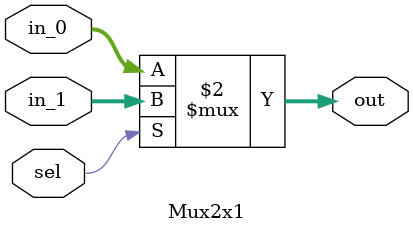
<source format=v>
module Mux2x1(
	input [7:0] in_0, 
	input [7:0] in_1,
	input sel,
	output reg [7:0] out
);

	always @(*) begin 
		out = (sel) ? in_1 : in_0;
	end


endmodule 
</source>
